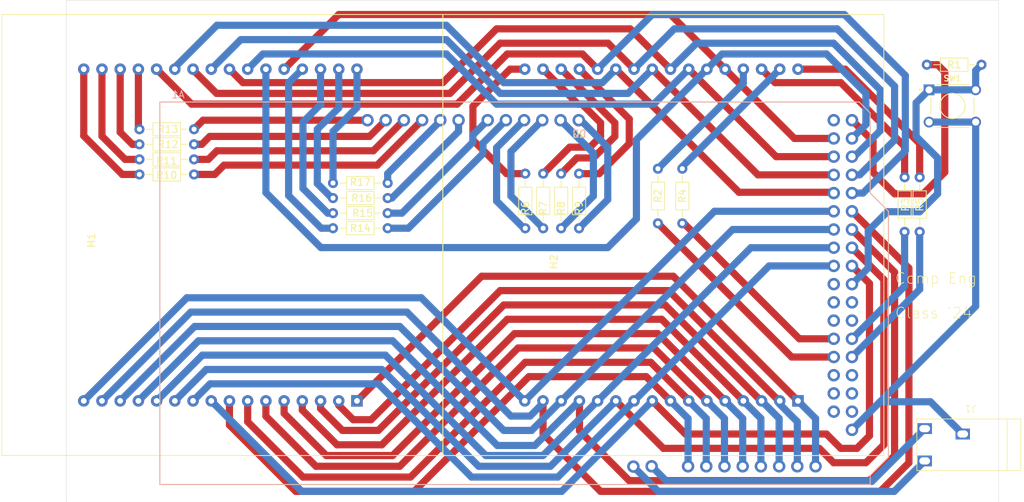
<source format=kicad_pcb>
(kicad_pcb (version 20240108) (generator "pcbnew") (generator_version "8.0")
  (layers (0 "F.Cu" signal) (31 "B.Cu" signal) (34 "B.Paste" user) (35 "F.Paste" user) (36 "B.SilkS" user "B.Silkscreen") (37 "F.SilkS" user "F.Silkscreen") (38 "B.Mask" user) (39 "F.Mask" user) (44 "Edge.Cuts" user))
  (net 0 "")
  (net 8 "Net-(M1-C3R)")
  (net 9 "Net-(M1-C7G)")
  (net 10 "Net-(M1-C8R)")
  (net 11 "Net-(M1-C2R)")
  (net 13 "Net-(M1-C8G)")
  (net 14 "Net-(M1-C7R)")
  (net 15 "Net-(M1-C1R)")
  (net 16 "Net-(M1-C2G)")
  (net 17 "Net-(M1-C4R)")
  (net 18 "Net-(M1-C5R)")
  (net 19 "Net-(M1-C6R)")
  (net 20 "Net-(M1-C3G)")
  (net 21 "Net-(M1-C5G)")
  (net 22 "Net-(M1-C1G)")
  (net 23 "Net-(M1-C6G)")
  (net 24 "Net-(M1-C4G)")
  (net 26 "Net-(M1-Row1)")
  (net 27 "Net-(M1-Row5)")
  (net 28 "Net-(M1-Row8)")
  (net 29 "Net-(M1-Row6)")
  (net 30 "Net-(M1-Row3)")
  (net 31 "Net-(M1-Row4)")
  (net 32 "Net-(M1-Row2)")
  (net 33 "Net-(M1-Row7)")
  (net 34 "Net-(M2-Row5)")
  (net 35 "/D2")
  (net 36 "Net-(M2-Row6)")
  (net 37 "Net-(M2-Row8)")
  (net 38 "Net-(M2-Row7)")
  (net 39 "Net-(M2-Row1)")
  (net 40 "Net-(A1-D3_INT1)")
  (net 41 "Net-(M2-Row2)")
  (net 42 "Net-(A1-PadD44)")
  (net 43 "Net-(A1-PadD9)")
  (net 44 "Net-(A1-PadD6)")
  (net 45 "Net-(A1-PadD8)")
  (net 46 "Net-(A1-PadD11)")
  (net 47 "Net-(A1-PadD45)")
  (net 48 "Net-(A1-PadD10)")
  (net 49 "Net-(A1-PadD47)")
  (net 50 "Net-(A1-PadD12)")
  (net 51 "Net-(A1-PadD46)")
  (net 52 "Net-(A1-PadD7)")
  (net 53 "Net-(A1-PadD5)")
  (net 54 "Net-(A1-PadD4)")
  (net 55 "Net-(M2-Row4)")
  (net 56 "Net-(M2-Row3)")
  (net 58 "Net-(A1-A-PadD13)")
  (net 60 "Net-(A1-PadD39)")
  (net 61 "Net-(M1-C7B)")
  (net 62 "Net-(M1-C1B)")
  (net 63 "Net-(M1-C3B)")
  (net 64 "Net-(M1-C8B)")
  (net 65 "Net-(M1-C4B)")
  (net 66 "Net-(M1-C2B)")
  (net 67 "Net-(M1-C5B)")
  (net 68 "Net-(M1-C6B)")
  (net 69 "Net-(A1-5V-Pad5V4)")
  (net 71 "Net-(A1-L-PadA6)")
  (net 72 "Net-(A1-L-PadA7)")
  (net 73 "Net-(A1-GND-PadGND6)")
  (footprint "Resistor_THT:R_Axial_DIN0204_L3.6mm_D1.6mm_P7.62mm_Horizontal" (layer "F.Cu") (at 143.19 80.8)
    (property "Reference" "R10")
    (property "Value" "R")
  )
  (footprint "led footprint:SW_1825910-6-4" (layer "F.Cu") (at 256.56 71.25)
    (property "Reference" "SW1")
    (property "Value" "SW_MEC_5G")
  )
  (footprint "Resistor_THT:R_Axial_DIN0204_L3.6mm_D1.6mm_P7.62mm_Horizontal" (layer "F.Cu") (at 204.5 80.69 -90)
    (property "Reference" "R9")
    (property "Value" "R")
  )
  (footprint "Resistor_THT:R_Axial_DIN0204_L3.6mm_D1.6mm_P7.62mm_Horizontal" (layer "F.Cu") (at 215.5 80 -90)
    (property "Reference" "R2")
    (property "Value" "R")
  )
  (footprint "Resistor_THT:R_Axial_DIN0204_L3.6mm_D1.6mm_P7.62mm_Horizontal" (layer "F.Cu") (at 252 81.19 -90)
    (property "Reference" "R5")
    (property "Value" "R")
  )
  (footprint "Resistor_THT:R_Axial_DIN0204_L3.6mm_D1.6mm_P7.62mm_Horizontal" (layer "F.Cu") (at 197 80.69 -90)
    (property "Reference" "R6")
    (property "Value" "R")
  )
  (footprint "Resistor_THT:R_Axial_DIN0204_L3.6mm_D1.6mm_P7.62mm_Horizontal" (layer "F.Cu") (at 170.19 88.3)
    (property "Reference" "R14")
    (property "Value" "R")
  )
  (footprint "Resistor_THT:R_Axial_DIN0204_L3.6mm_D1.6mm_P7.62mm_Horizontal" (layer "F.Cu") (at 170.19 86.2)
    (property "Reference" "R15")
    (property "Value" "R")
  )
  (footprint "Resistor_THT:R_Axial_DIN0204_L3.6mm_D1.6mm_P7.62mm_Horizontal" (layer "F.Cu") (at 202 80.69 -90)
    (property "Reference" "R8")
    (property "Value" "R")
  )
  (footprint "Resistor_THT:R_Axial_DIN0204_L3.6mm_D1.6mm_P7.62mm_Horizontal" (layer "F.Cu") (at 199.5 80.69 -90)
    (property "Reference" "R7")
    (property "Value" "R")
  )
  (footprint "Resistor_THT:R_Axial_DIN0204_L3.6mm_D1.6mm_P7.62mm_Horizontal" (layer "F.Cu") (at 143.19 74.5)
    (property "Reference" "R13")
    (property "Value" "R")
  )
  (footprint "Resistor_THT:R_Axial_DIN0204_L3.6mm_D1.6mm_P7.62mm_Horizontal" (layer "F.Cu") (at 249.9 81.19 -90)
    (property "Reference" "R3")
    (property "Value" "R")
  )
  (footprint "Resistor_THT:R_Axial_DIN0204_L3.6mm_D1.6mm_P7.62mm_Horizontal" (layer "F.Cu") (at 143.19 76.6)
    (property "Reference" "R12")
    (property "Value" "R")
  )
  (footprint "Resistor_THT:R_Axial_DIN0204_L3.6mm_D1.6mm_P7.62mm_Horizontal" (layer "F.Cu") (at 143.19 78.7)
    (property "Reference" "R11")
    (property "Value" "R")
  )
  (footprint "Resistor_THT:R_Axial_DIN0204_L3.6mm_D1.6mm_P7.62mm_Horizontal" (layer "F.Cu") (at 218.9 80 -90)
    (property "Reference" "R4")
    (property "Value" "R")
  )
  (footprint "Resistor_THT:R_Axial_DIN0204_L3.6mm_D1.6mm_P7.62mm_Horizontal" (layer "F.Cu") (at 170.19 84.1)
    (property "Reference" "R16")
    (property "Value" "R")
  )
  (footprint "Resistor_THT:R_Axial_DIN0204_L3.6mm_D1.6mm_P7.62mm_Horizontal" (layer "F.Cu") (at 253 65.5)
    (property "Reference" "R1")
    (property "Value" "R")
  )
  (footprint "led footprint:led matrix rgb" (layer "F.Cu") (at 185.5 120 90)
    (property "Reference" "M2")
    (property "Value" "ORM-2088RGB")
  )
  (footprint "Resistor_THT:R_Axial_DIN0204_L3.6mm_D1.6mm_P7.62mm_Horizontal" (layer "F.Cu") (at 170.19 82)
    (property "Reference" "R17")
    (property "Value" "R")
  )
  (footprint "led footprint:Arduino_Mega2560_R3_Shield" (layer "F.Cu") (at 146.04 124.04)
    (property "Reference" "A1")
    (property "Value" "Arduino_Mega2560_R3_Shield")
  )
  (footprint "led footprint:led matrix rgb" (layer "F.Cu") (at 124 120 90)
    (property "Reference" "M1")
    (property "Value" "ORM-2088RGB")
  )
  (footprint "led footprint:3.5mm Stereo Jack" (layer "F.Cu") (at 259.1 118.5 180)
    (property "Reference" "J1")
    (property "Value" "AudioJack2_SwitchT")
  )
  (gr_rect (start 133 56.5) (end 263 126.5) (stroke (width 0.05)) (fill none) (layer "Edge.Cuts"))
  (gr_text "Comp Eng\n\nClass '24\n" (at 248.5 101 0) (layer "F.SilkS") (effects (font (size 1.5 1.5) (thickness 0.1)) (justify left bottom)))
  (segment (start 244.5 121) (end 247 118.5) (width 1) (layer "F.Cu") (net 8))
  (segment (start 247 118.5) (end 247 95.46) (width 1) (layer "F.Cu") (net 8))
  (segment (start 240 121) (end 244.5 121) (width 1) (layer "F.Cu") (net 8))
  (segment (start 247 95.46) (end 242.56 91.02) (width 1) (layer "F.Cu") (net 8))
  (segment (start 238 119) (end 240 121) (width 1) (layer "F.Cu") (net 8))
  (segment (start 216.26 119) (end 238 119) (width 1) (layer "F.Cu") (net 8))
  (segment (start 209.64 112.38) (end 216.26 119) (width 1) (layer "F.Cu") (net 8))
  (segment (start 209.63 112.38) (end 200.51 121.5) (width 1) (layer "B.Cu") (net 8))
  (segment (start 200.51 121.5) (end 190.5 121.5) (width 1) (layer "B.Cu") (net 8))
  (segment (start 177 108) (end 152.51 108) (width 1) (layer "B.Cu") (net 8))
  (segment (start 190.5 121.5) (end 177 108) (width 1) (layer "B.Cu") (net 8))
  (segment (start 152.51 108) (end 148.13 112.38) (width 1) (layer "B.Cu") (net 8))
  (segment (start 239.91 83.29) (end 240.02 83.4) (width 1) (layer "F.Cu") (net 9))
  (segment (start 226.8 83.29) (end 239.91 83.29) (width 1) (layer "F.Cu") (net 9))
  (segment (start 209.63 66.12) (end 226.8 83.29) (width 1) (layer "F.Cu") (net 9))
  (segment (start 186 60) (end 154 60) (width 1) (layer "B.Cu") (net 9))
  (segment (start 194 68) (end 186 60) (width 1) (layer "B.Cu") (net 9))
  (segment (start 207.75 68) (end 194 68) (width 1) (layer "B.Cu") (net 9))
  (segment (start 154 60) (end 148.13 65.87) (width 1) (layer "B.Cu") (net 9))
  (segment (start 148.13 65.87) (end 148.13 66.12) (width 1) (layer "B.Cu") (net 9))
  (segment (start 209.63 66.12) (end 207.75 68) (width 1) (layer "B.Cu") (net 9))
  (segment (start 182.5 98) (end 149.81 98) (width 1) (layer "B.Cu") (net 10))
  (segment (start 196.93 112.38) (end 196.88 112.38) (width 1) (layer "B.Cu") (net 10))
  (segment (start 196.88 112.38) (end 182.5 98) (width 1) (layer "B.Cu") (net 10))
  (segment (start 223.38 85.94) (end 196.94 112.38) (width 1) (layer "B.Cu") (net 10))
  (segment (start 149.81 98) (end 135.43 112.38) (width 1) (layer "B.Cu") (net 10))
  (segment (start 240.02 85.94) (end 223.38 85.94) (width 1) (layer "B.Cu") (net 10))
  (segment (start 231 93.56) (end 212.18 112.38) (width 1) (layer "B.Cu") (net 11))
  (segment (start 189.5 123) (end 176.5 110) (width 1) (layer "B.Cu") (net 11))
  (segment (start 201.55 123) (end 189.5 123) (width 1) (layer "B.Cu") (net 11))
  (segment (start 153.05 110) (end 150.67 112.38) (width 1) (layer "B.Cu") (net 11))
  (segment (start 212.17 112.38) (end 201.55 123) (width 1) (layer "B.Cu") (net 11))
  (segment (start 176.5 110) (end 153.05 110) (width 1) (layer "B.Cu") (net 11))
  (segment (start 240.02 93.56) (end 231 93.56) (width 1) (layer "B.Cu") (net 11))
  (segment (start 187.5 71) (end 150.47 71) (width 1) (layer "F.Cu") (net 13))
  (segment (start 207.09 66.12) (end 204.97 64) (width 1) (layer "F.Cu") (net 13))
  (segment (start 150.47 71) (end 145.59 66.12) (width 1) (layer "F.Cu") (net 13))
  (segment (start 194.5 64) (end 187.5 71) (width 1) (layer "F.Cu") (net 13))
  (segment (start 204.97 64) (end 194.5 64) (width 1) (layer "F.Cu") (net 13))
  (segment (start 241.5 58.5) (end 250 67) (width 1) (layer "B.Cu") (net 13))
  (segment (start 250 67) (end 250 77.5) (width 1) (layer "B.Cu") (net 13))
  (segment (start 250 77.5) (end 244.1 83.4) (width 1) (layer "B.Cu") (net 13))
  (segment (start 214.71 58.5) (end 241.5 58.5) (width 1) (layer "B.Cu") (net 13))
  (segment (start 244.1 83.4) (end 242.56 83.4) (width 1) (layer "B.Cu") (net 13))
  (segment (start 207.09 66.12) (end 214.71 58.5) (width 1) (layer "B.Cu") (net 13))
  (segment (start 199.48 116.98) (end 199.48 112.38) (width 1) (layer "F.Cu") (net 14))
  (segment (start 250.5 93.88) (end 250.5 121) (width 1) (layer "F.Cu") (net 14))
  (segment (start 207.5 125) (end 199.48 116.98) (width 1) (layer "F.Cu") (net 14))
  (segment (start 246.5 125) (end 207.5 125) (width 1) (layer "F.Cu") (net 14))
  (segment (start 250.5 121) (end 246.5 125) (width 1) (layer "F.Cu") (net 14))
  (segment (start 242.56 85.94) (end 250.5 93.88) (width 1) (layer "F.Cu") (net 14))
  (segment (start 180.5 100) (end 150.35 100) (width 1) (layer "B.Cu") (net 14))
  (segment (start 195 114.5) (end 180.5 100) (width 1) (layer "B.Cu") (net 14))
  (segment (start 199.47 112.38) (end 199.47 112.705) (width 1) (layer "B.Cu") (net 14))
  (segment (start 197.675 114.5) (end 195 114.5) (width 1) (layer "B.Cu") (net 14))
  (segment (start 199.47 112.705) (end 197.675 114.5) (width 1) (layer "B.Cu") (net 14))
  (segment (start 150.35 100) (end 137.97 112.38) (width 1) (layer "B.Cu") (net 14))
  (segment (start 245 96) (end 245 117.25) (width 1) (layer "F.Cu") (net 15))
  (segment (start 245 117.25) (end 243.25 119) (width 1) (layer "F.Cu") (net 15))
  (segment (start 243.25 119) (end 241 119) (width 1) (layer "F.Cu") (net 15))
  (segment (start 239 117) (end 219.34 117) (width 1) (layer "F.Cu") (net 15))
  (segment (start 219.34 117) (end 214.72 112.38) (width 1) (layer "F.Cu") (net 15))
  (segment (start 242.56 93.56) (end 245 96) (width 1) (layer "F.Cu") (net 15))
  (segment (start 241 119) (end 239 117) (width 1) (layer "F.Cu") (net 15))
  (segment (start 165.83 125) (end 153.21 112.38) (width 1) (layer "B.Cu") (net 15))
  (segment (start 214.71 112.38) (end 202.09 125) (width 1) (layer "B.Cu") (net 15))
  (segment (start 202.09 125) (end 165.83 125) (width 1) (layer "B.Cu") (net 15))
  (segment (start 222.33 66.12) (end 224.45 64) (width 1) (layer "B.Cu") (net 16))
  (segment (start 244.5 69.5) (end 244.5 73.84) (width 1) (layer "B.Cu") (net 16))
  (segment (start 168.5 91) (end 160.83 83.33) (width 1) (layer "B.Cu") (net 16))
  (segment (start 222.33 66.12) (end 212.5 75.95) (width 1) (layer "B.Cu") (net 16))
  (segment (start 212.5 75.95) (end 212.5 87) (width 1) (layer "B.Cu") (net 16))
  (segment (start 208.5 91) (end 168.5 91) (width 1) (layer "B.Cu") (net 16))
  (segment (start 160.83 83.33) (end 160.83 66.12) (width 1) (layer "B.Cu") (net 16))
  (segment (start 212.5 87) (end 208.5 91) (width 1) (layer "B.Cu") (net 16))
  (segment (start 239 64) (end 244.5 69.5) (width 1) (layer "B.Cu") (net 16))
  (segment (start 244.5 73.84) (end 242.56 75.78) (width 1) (layer "B.Cu") (net 16))
  (segment (start 224.45 64) (end 239 64) (width 1) (layer "B.Cu") (net 16))
  (segment (start 177.5 106) (end 151.97 106) (width 1) (layer "B.Cu") (net 17))
  (segment (start 240.02 91.02) (end 228.46 91.02) (width 1) (layer "B.Cu") (net 17))
  (segment (start 207.09 112.38) (end 199.47 120) (width 1) (layer "B.Cu") (net 17))
  (segment (start 199.47 120) (end 191.5 120) (width 1) (layer "B.Cu") (net 17))
  (segment (start 228.46 91.02) (end 207.1 112.38) (width 1) (layer "B.Cu") (net 17))
  (segment (start 191.5 120) (end 177.5 106) (width 1) (layer "B.Cu") (net 17))
  (segment (start 151.97 106) (end 145.59 112.38) (width 1) (layer "B.Cu") (net 17))
  (segment (start 242.56 88.48) (end 248.5 94.42) (width 1) (layer "F.Cu") (net 18))
  (segment (start 248.5 94.42) (end 248.5 120) (width 1) (layer "F.Cu") (net 18))
  (segment (start 204.56 116.56) (end 204.56 112.38) (width 1) (layer "F.Cu") (net 18))
  (segment (start 211.5 123.5) (end 204.56 116.56) (width 1) (layer "F.Cu") (net 18))
  (segment (start 248.5 120) (end 245 123.5) (width 1) (layer "F.Cu") (net 18))
  (segment (start 245 123.5) (end 211.5 123.5) (width 1) (layer "F.Cu") (net 18))
  (segment (start 193.1 118.6) (end 178.5 104) (width 1) (layer "B.Cu") (net 18))
  (segment (start 151.43 104) (end 143.05 112.38) (width 1) (layer "B.Cu") (net 18))
  (segment (start 204.55 112.38) (end 198.33 118.6) (width 1) (layer "B.Cu") (net 18))
  (segment (start 198.33 118.6) (end 193.1 118.6) (width 1) (layer "B.Cu") (net 18))
  (segment (start 178.5 104) (end 151.43 104) (width 1) (layer "B.Cu") (net 18))
  (segment (start 225.92 88.48) (end 202.02 112.38) (width 1) (layer "B.Cu") (net 19))
  (segment (start 179.5 102) (end 150.89 102) (width 1) (layer "B.Cu") (net 19))
  (segment (start 150.89 102) (end 140.51 112.38) (width 1) (layer "B.Cu") (net 19))
  (segment (start 194 116.5) (end 179.5 102) (width 1) (layer "B.Cu") (net 19))
  (segment (start 240.02 88.48) (end 225.92 88.48) (width 1) (layer "B.Cu") (net 19))
  (segment (start 197.89 116.5) (end 194 116.5) (width 1) (layer "B.Cu") (net 19))
  (segment (start 202.01 112.38) (end 197.89 116.5) (width 1) (layer "B.Cu") (net 19))
  (segment (start 231.99 78.32) (end 240.02 78.32) (width 1) (layer "F.Cu") (net 20))
  (segment (start 219.79 66.12) (end 231.99 78.32) (width 1) (layer "F.Cu") (net 20))
  (segment (start 160.41 64) (end 158.29 66.12) (width 1) (layer "B.Cu") (net 20))
  (segment (start 186 64) (end 160.41 64) (width 1) (layer "B.Cu") (net 20))
  (segment (start 214.91 71) (end 193 71) (width 1) (layer "B.Cu") (net 20))
  (segment (start 193 71) (end 186 64) (width 1) (layer "B.Cu") (net 20))
  (segment (start 219.79 66.12) (end 214.91 71) (width 1) (layer "B.Cu") (net 20))
  (segment (start 214.71 66.12) (end 229.45 80.86) (width 1) (layer "F.Cu") (net 21))
  (segment (start 229.45 80.86) (end 240.02 80.86) (width 1) (layer "F.Cu") (net 21))
  (segment (start 193.5 69.5) (end 186 62) (width 1) (layer "B.Cu") (net 21))
  (segment (start 214.71 66.12) (end 211.33 69.5) (width 1) (layer "B.Cu") (net 21))
  (segment (start 211.33 69.5) (end 193.5 69.5) (width 1) (layer "B.Cu") (net 21))
  (segment (start 186 62) (end 157.33 62) (width 1) (layer "B.Cu") (net 21))
  (segment (start 157.33 62) (end 153.21 66.12) (width 1) (layer "B.Cu") (net 21))
  (segment (start 224.87 66.12) (end 234.53 75.78) (width 1) (layer "F.Cu") (net 22))
  (segment (start 224.87 66.12) (end 217.25 58.5) (width 1) (layer "F.Cu") (net 22))
  (segment (start 217.25 58.5) (end 170.99 58.5) (width 1) (layer "F.Cu") (net 22))
  (segment (start 234.53 75.78) (end 240.02 75.78) (width 1) (layer "F.Cu") (net 22))
  (segment (start 170.99 58.5) (end 163.37 66.12) (width 1) (layer "F.Cu") (net 22))
  (segment (start 186.5 69.5) (end 153.95 69.5) (width 1) (layer "F.Cu") (net 23))
  (segment (start 208.55 62.5) (end 193.5 62.5) (width 1) (layer "F.Cu") (net 23))
  (segment (start 193.5 62.5) (end 186.5 69.5) (width 1) (layer "F.Cu") (net 23))
  (segment (start 212.17 66.12) (end 208.55 62.5) (width 1) (layer "F.Cu") (net 23))
  (segment (start 153.95 69.5) (end 150.67 66.22) (width 1) (layer "F.Cu") (net 23))
  (segment (start 150.67 66.22) (end 150.67 66.12) (width 1) (layer "F.Cu") (net 23))
  (segment (start 240.5 60.5) (end 248.5 68.5) (width 1) (layer "B.Cu") (net 23))
  (segment (start 248.5 68.5) (end 248.5 76) (width 1) (layer "B.Cu") (net 23))
  (segment (start 248.5 76) (end 243.64 80.86) (width 1) (layer "B.Cu") (net 23))
  (segment (start 217.79 60.5) (end 240.5 60.5) (width 1) (layer "B.Cu") (net 23))
  (segment (start 243.64 80.86) (end 242.56 80.86) (width 1) (layer "B.Cu") (net 23))
  (segment (start 212.17 66.12) (end 217.79 60.5) (width 1) (layer "B.Cu") (net 23))
  (segment (start 185.5 68) (end 157.63 68) (width 1) (layer "F.Cu") (net 24))
  (segment (start 217.25 66.12) (end 211.63 60.5) (width 1) (layer "F.Cu") (net 24))
  (segment (start 193 60.5) (end 185.5 68) (width 1) (layer "F.Cu") (net 24))
  (segment (start 157.63 68) (end 155.75 66.12) (width 1) (layer "F.Cu") (net 24))
  (segment (start 211.63 60.5) (end 193 60.5) (width 1) (layer "F.Cu") (net 24))
  (segment (start 246.5 74.69) (end 246.5 69) (width 1) (layer "B.Cu") (net 24))
  (segment (start 242.56 78.32) (end 242.87 78.32) (width 1) (layer "B.Cu") (net 24))
  (segment (start 240 62.5) (end 220.87 62.5) (width 1) (layer "B.Cu") (net 24))
  (segment (start 242.87 78.32) (end 246.5 74.69) (width 1) (layer "B.Cu") (net 24))
  (segment (start 246.5 69) (end 240 62.5) (width 1) (layer "B.Cu") (net 24))
  (segment (start 220.87 62.5) (end 217.25 66.12) (width 1) (layer "B.Cu") (net 24))
  (segment (start 135.43 66.12) (end 135.43 75.43) (width 1) (layer "F.Cu") (net 26))
  (segment (start 140.8 80.8) (end 143.19 80.8) (width 1) (layer "F.Cu") (net 26))
  (segment (start 135.43 75.43) (end 140.8 80.8) (width 1) (layer "F.Cu") (net 26))
  (segment (start 165.91 66.12) (end 164 68.03) (width 1) (layer "B.Cu") (net 27))
  (segment (start 164 83.75) (end 168.55 88.3) (width 1) (layer "B.Cu") (net 27))
  (segment (start 168.55 88.3) (end 170.19 88.3) (width 1) (layer "B.Cu") (net 27))
  (segment (start 164 68.03) (end 164 83.75) (width 1) (layer "B.Cu") (net 27))
  (segment (start 170.19 74.81) (end 170.19 82) (width 1) (layer "B.Cu") (net 28))
  (segment (start 173.53 71.47) (end 170.19 74.81) (width 1) (layer "B.Cu") (net 28))
  (segment (start 173.53 66.12) (end 173.53 71.47) (width 1) (layer "B.Cu") (net 28))
  (segment (start 168.45 66.12) (end 168.45 70.95) (width 1) (layer "B.Cu") (net 29))
  (segment (start 168.45 70.95) (end 168.5 71) (width 1) (layer "B.Cu") (net 29))
  (segment (start 166 73.5) (end 166 82.75) (width 1) (layer "B.Cu") (net 29))
  (segment (start 169.45 86.2) (end 170.19 86.2) (width 1) (layer "B.Cu") (net 29))
  (segment (start 166 82.75) (end 169.45 86.2) (width 1) (layer "B.Cu") (net 29))
  (segment (start 168.5 71) (end 166 73.5) (width 1) (layer "B.Cu") (net 29))
  (segment (start 142.200051 76.6) (end 143.19 76.6) (width 1) (layer "F.Cu") (net 30))
  (segment (start 140.51 66.12) (end 140.51 74.909949) (width 1) (layer "F.Cu") (net 30))
  (segment (start 140.51 74.909949) (end 142.200051 76.6) (width 1) (layer "F.Cu") (net 30))
  (segment (start 143.05 66.12) (end 143.05 74.36) (width 1) (layer "F.Cu") (net 31))
  (segment (start 143.05 74.36) (end 143.19 74.5) (width 1) (layer "F.Cu") (net 31))
  (segment (start 141.2 78.7) (end 143.19 78.7) (width 1) (layer "F.Cu") (net 32))
  (segment (start 137.97 75.47) (end 141.2 78.7) (width 1) (layer "F.Cu") (net 32))
  (segment (start 137.97 66.12) (end 137.97 75.47) (width 1) (layer "F.Cu") (net 32))
  (segment (start 170.99 71.49) (end 171 71.5) (width 1) (layer "B.Cu") (net 33))
  (segment (start 171 71.5) (end 168 74.5) (width 1) (layer "B.Cu") (net 33))
  (segment (start 168 82.072742) (end 170.027258 84.1) (width 1) (layer "B.Cu") (net 33))
  (segment (start 170.99 66.12) (end 170.99 71.49) (width 1) (layer "B.Cu") (net 33))
  (segment (start 168 74.5) (end 168 82.072742) (width 1) (layer "B.Cu") (net 33))
  (segment (start 170.027258 84.1) (end 170.19 84.1) (width 1) (layer "B.Cu") (net 33))
  (segment (start 227.41 68.09) (end 215.5 80) (width 1) (layer "B.Cu") (net 34))
  (segment (start 227.41 66.12) (end 227.41 68.09) (width 1) (layer "B.Cu") (net 34))
  (segment (start 204.74 73.24) (end 204.46 73.24) (width 1) (layer "B.Cu") (net 35))
  (segment (start 208.5 84.31) (end 208.5 77) (width 1) (layer "B.Cu") (net 35))
  (segment (start 208.5 77) (end 204.74 73.24) (width 1) (layer "B.Cu") (net 35))
  (segment (start 204.5 88.31) (end 208.5 84.31) (width 1) (layer "B.Cu") (net 35))
  (segment (start 231.83 68) (end 241 68) (width 1) (layer "F.Cu") (net 36))
  (segment (start 229.95 66.12) (end 231.83 68) (width 1) (layer "F.Cu") (net 36))
  (segment (start 241 68) (end 249.9 76.9) (width 1) (layer "F.Cu") (net 36))
  (segment (start 249.9 76.9) (end 249.9 81.19) (width 1) (layer "F.Cu") (net 36))
  (segment (start 241.62 66.12) (end 252 76.5) (width 1) (layer "F.Cu") (net 37))
  (segment (start 235.03 66.12) (end 241.62 66.12) (width 1) (layer "F.Cu") (net 37))
  (segment (start 252 76.5) (end 252 81.19) (width 1) (layer "F.Cu") (net 37))
  (segment (start 218.9 79.71) (end 218.9 80) (width 1) (layer "B.Cu") (net 38))
  (segment (start 232.49 66.12) (end 218.9 79.71) (width 1) (layer "B.Cu") (net 38))
  (segment (start 189.7 71.3) (end 194.88 66.12) (width 1) (layer "F.Cu") (net 39))
  (segment (start 194.39 80.69) (end 197 80.69) (width 1) (layer "F.Cu") (net 39))
  (segment (start 194.88 66.12) (end 196.93 66.12) (width 1) (layer "F.Cu") (net 39))
  (segment (start 189.7 71.3) (end 189.7 76) (width 1) (layer "F.Cu") (net 39))
  (segment (start 189.7 76) (end 194.39 80.69) (width 1) (layer "F.Cu") (net 39))
  (segment (start 206.5 77.82) (end 201.92 73.24) (width 1) (layer "B.Cu") (net 40))
  (segment (start 202 88.31) (end 206.5 83.81) (width 1) (layer "B.Cu") (net 40))
  (segment (start 206.5 83.81) (end 206.5 77.82) (width 1) (layer "B.Cu") (net 40))
  (segment (start 207.5 75.520102) (end 206.020102 77) (width 1) (layer "F.Cu") (net 41))
  (segment (start 207.5 73.589898) (end 207.5 75.520102) (width 1) (layer "F.Cu") (net 41))
  (segment (start 204.35 71) (end 204.910102 71) (width 1) (layer "F.Cu") (net 41))
  (segment (start 199.47 66.12) (end 204.35 71) (width 1) (layer "F.Cu") (net 41))
  (segment (start 203.19 77) (end 199.5 80.69) (width 1) (layer "F.Cu") (net 41))
  (segment (start 206.020102 77) (end 203.19 77) (width 1) (layer "F.Cu") (net 41))
  (segment (start 204.910102 71) (end 207.5 73.589898) (width 1) (layer "F.Cu") (net 41))
  (segment (start 235.22 103.72) (end 240.02 103.72) (width 1) (layer "F.Cu") (net 42))
  (segment (start 219.12 87.62) (end 235.22 103.72) (width 1) (layer "F.Cu") (net 42))
  (segment (start 218.9 87.62) (end 219.12 87.62) (width 1) (layer "F.Cu") (net 42))
  (segment (start 177.81 80.69) (end 177.81 82) (width 1) (layer "B.Cu") (net 43))
  (segment (start 185.156 73.344) (end 177.81 80.69) (width 1) (layer "B.Cu") (net 43))
  (segment (start 185.156 73.24) (end 185.156 73.344) (width 1) (layer "B.Cu") (net 43))
  (segment (start 180.7 88.3) (end 177.81 88.3) (width 1) (layer "B.Cu") (net 44))
  (segment (start 194.3 73.24) (end 191.1 76.44) (width 1) (layer "B.Cu") (net 44))
  (segment (start 191.1 76.44) (end 191.1 77.9) (width 1) (layer "B.Cu") (net 44))
  (segment (start 191.1 77.9) (end 180.7 88.3) (width 1) (layer "B.Cu") (net 44))
  (segment (start 187.696 73.24) (end 187.696 74.804) (width 1) (layer "B.Cu") (net 45))
  (segment (start 187.696 74.804) (end 178.4 84.1) (width 1) (layer "B.Cu") (net 45))
  (segment (start 178.4 84.1) (end 177.81 84.1) (width 1) (layer "B.Cu") (net 45))
  (segment (start 154 77.5) (end 175.816 77.5) (width 1) (layer "F.Cu") (net 46))
  (segment (start 152.8 78.7) (end 154 77.5) (width 1) (layer "F.Cu") (net 46))
  (segment (start 150.81 78.7) (end 152.8 78.7) (width 1) (layer "F.Cu") (net 46))
  (segment (start 175.816 77.5) (end 180.076 73.24) (width 1) (layer "F.Cu") (net 46))
  (segment (start 249.9 88.81) (end 249.9 96.38) (width 1) (layer "B.Cu") (net 47))
  (segment (start 249.9 96.38) (end 242.56 103.72) (width 1) (layer "B.Cu") (net 47))
  (segment (start 176.356 79.5) (end 182.616 73.24) (width 1) (layer "F.Cu") (net 48))
  (segment (start 155 79.5) (end 176.356 79.5) (width 1) (layer "F.Cu") (net 48))
  (segment (start 153.7 80.8) (end 155 79.5) (width 1) (layer "F.Cu") (net 48))
  (segment (start 150.81 80.8) (end 153.7 80.8) (width 1) (layer "F.Cu") (net 48))
  (segment (start 252 96.82) (end 242.56 106.26) (width 1) (layer "B.Cu") (net 49))
  (segment (start 252 88.81) (end 252 96.82) (width 1) (layer "B.Cu") (net 49))
  (segment (start 151.9 76.6) (end 153 75.5) (width 1) (layer "F.Cu") (net 50))
  (segment (start 153 75.5) (end 175.276 75.5) (width 1) (layer "F.Cu") (net 50))
  (segment (start 150.81 76.6) (end 151.9 76.6) (width 1) (layer "F.Cu") (net 50))
  (segment (start 175.276 75.5) (end 177.536 73.24) (width 1) (layer "F.Cu") (net 50))
  (segment (start 215.5 87.62) (end 234.14 106.26) (width 1) (layer "F.Cu") (net 51))
  (segment (start 234.14 106.26) (end 240.02 106.26) (width 1) (layer "F.Cu") (net 51))
  (segment (start 189.7 76.3) (end 179.8 86.2) (width 1) (layer "B.Cu") (net 52))
  (segment (start 191.76 73.24) (end 189.7 75.3) (width 1) (layer "B.Cu") (net 52))
  (segment (start 179.8 86.2) (end 177.81 86.2) (width 1) (layer "B.Cu") (net 52))
  (segment (start 189.7 75.3) (end 189.7 76.3) (width 1) (layer "B.Cu") (net 52))
  (segment (start 193 84.5) (end 193 77.08) (width 1) (layer "B.Cu") (net 53))
  (segment (start 197 88.31) (end 196.81 88.31) (width 1) (layer "B.Cu") (net 53))
  (segment (start 193 77.08) (end 196.84 73.24) (width 1) (layer "B.Cu") (net 53))
  (segment (start 196.81 88.31) (end 193 84.5) (width 1) (layer "B.Cu") (net 53))
  (segment (start 195 83.81) (end 195 77.62) (width 1) (layer "B.Cu") (net 54))
  (segment (start 199.5 88.31) (end 195 83.81) (width 1) (layer "B.Cu") (net 54))
  (segment (start 195 77.62) (end 199.38 73.24) (width 1) (layer "B.Cu") (net 54))
  (segment (start 207.31 80.69) (end 204.5 80.69) (width 1) (layer "F.Cu") (net 55))
  (segment (start 211.5 76.5) (end 207.31 80.69) (width 1) (layer "F.Cu") (net 55))
  (segment (start 204.55 66.12) (end 211.5 73.07) (width 1) (layer "F.Cu") (net 55))
  (segment (start 211.5 73.07) (end 211.5 76.5) (width 1) (layer "F.Cu") (net 55))
  (segment (start 209.5 73.61) (end 202.01 66.12) (width 1) (layer "F.Cu") (net 56))
  (segment (start 204.19 78.5) (end 206.5 78.5) (width 1) (layer "F.Cu") (net 56))
  (segment (start 202 80.69) (end 204.19 78.5) (width 1) (layer "F.Cu") (net 56))
  (segment (start 209.5 75.5) (end 209.5 73.61) (width 1) (layer "F.Cu") (net 56))
  (segment (start 206.5 78.5) (end 209.5 75.5) (width 1) (layer "F.Cu") (net 56))
  (segment (start 152.07 73.24) (end 150.81 74.5) (width 1) (layer "F.Cu") (net 58))
  (segment (start 174.996 73.24) (end 152.07 73.24) (width 1) (layer "F.Cu") (net 58))
  (segment (start 254.5 83.5) (end 254.5 78.5) (width 1) (layer "B.Cu") (net 60))
  (segment (start 251.5 75.5) (end 251.5 70.81) (width 1) (layer "B.Cu") (net 60))
  (segment (start 244.827258 88.672742) (end 247.5 86) (width 1) (layer "B.Cu") (net 60))
  (segment (start 242.56 96.1) (end 244.827258 93.832742) (width 1) (layer "B.Cu") (net 60))
  (segment (start 254.5 78.5) (end 251.5 75.5) (width 1) (layer "B.Cu") (net 60))
  (segment (start 244.827258 93.832742) (end 244.827258 88.672742) (width 1) (layer "B.Cu") (net 60))
  (segment (start 253.31 69) (end 259.81 69) (width 1) (layer "B.Cu") (net 60))
  (segment (start 251.5 70.81) (end 253.31 69) (width 1) (layer "B.Cu") (net 60))
  (segment (start 259.81 66.31) (end 260.62 65.5) (width 1) (layer "B.Cu") (net 60))
  (segment (start 252 86) (end 254.5 83.5) (width 1) (layer "B.Cu") (net 60))
  (segment (start 247.5 86) (end 252 86) (width 1) (layer "B.Cu") (net 60))
  (segment (start 259.81 69) (end 259.81 66.31) (width 1) (layer "B.Cu") (net 60))
  (segment (start 181 123) (end 166 123) (width 1) (layer "F.Cu") (net 61))
  (segment (start 219.79 112.38) (end 219.79 112.29) (width 1) (layer "F.Cu") (net 61))
  (segment (start 219.79 112.29) (end 214.5 107) (width 1) (layer "F.Cu") (net 61))
  (segment (start 214.5 107) (end 197 107) (width 1) (layer "F.Cu") (net 61))
  (segment (start 158.29 115.29) (end 158.29 112.38) (width 1) (layer "F.Cu") (net 61))
  (segment (start 197 107) (end 181 123) (width 1) (layer "F.Cu") (net 61))
  (segment (start 166 123) (end 158.29 115.29) (width 1) (layer "F.Cu") (net 61))
  (segment (start 222.24 121.5) (end 222.24 114.83) (width 1) (layer "B.Cu") (net 61))
  (segment (start 222.24 114.83) (end 219.79 112.38) (width 1) (layer "B.Cu") (net 61))
  (segment (start 217.65 95) (end 190.91 95) (width 1) (layer "F.Cu") (net 62))
  (segment (start 235.03 112.38) (end 217.65 95) (width 1) (layer "F.Cu") (net 62))
  (segment (start 235.03 112.38) (end 234.88 112.38) (width 1) (layer "F.Cu") (net 62))
  (segment (start 190.91 95) (end 173.53 112.38) (width 1) (layer "F.Cu") (net 62))
  (segment (start 237.48 114.83) (end 235.03 112.38) (width 1) (layer "B.Cu") (net 62))
  (segment (start 237.48 121.5) (end 237.48 114.83) (width 1) (layer "B.Cu") (net 62))
  (segment (start 229.88 112.38) (end 216.5 99) (width 1) (layer "F.Cu") (net 63))
  (segment (start 229.95 112.38) (end 229.88 112.38) (width 1) (layer "F.Cu") (net 63))
  (segment (start 176.5 116.5) (end 171.5 116.5) (width 1) (layer "F.Cu") (net 63))
  (segment (start 194 99) (end 176.5 116.5) (width 1) (layer "F.Cu") (net 63))
  (segment (start 171.5 116.5) (end 168.45 113.45) (width 1) (layer "F.Cu") (net 63))
  (segment (start 216.5 99) (end 194 99) (width 1) (layer "F.Cu") (net 63))
  (segment (start 168.45 113.45) (end 168.45 112.38) (width 1) (layer "F.Cu") (net 63))
  (segment (start 232.4 121.5) (end 232.4 114.83) (width 1) (layer "B.Cu") (net 63))
  (segment (start 232.4 114.83) (end 229.95 112.38) (width 1) (layer "B.Cu") (net 63))
  (segment (start 165 125) (end 155.75 115.75) (width 1) (layer "F.Cu") (net 64))
  (segment (start 181.5 125) (end 165 125) (width 1) (layer "F.Cu") (net 64))
  (segment (start 197.5 109) (end 181.5 125) (width 1) (layer "F.Cu") (net 64))
  (segment (start 217.25 112.38) (end 213.87 109) (width 1) (layer "F.Cu") (net 64))
  (segment (start 213.87 109) (end 197.5 109) (width 1) (layer "F.Cu") (net 64))
  (segment (start 155.75 115.75) (end 155.75 112.38) (width 1) (layer "F.Cu") (net 64))
  (segment (start 219.7 121.5) (end 219.7 114.83) (width 1) (layer "B.Cu") (net 64))
  (segment (start 219.7 114.83) (end 217.25 112.38) (width 1) (layer "B.Cu") (net 64))
  (segment (start 194.5 101) (end 177 118.5) (width 1) (layer "F.Cu") (net 65))
  (segment (start 216.03 101) (end 194.5 101) (width 1) (layer "F.Cu") (net 65))
  (segment (start 177 118.5) (end 170.75 118.5) (width 1) (layer "F.Cu") (net 65))
  (segment (start 227.41 112.38) (end 216.03 101) (width 1) (layer "F.Cu") (net 65))
  (segment (start 170.75 118.5) (end 165.91 113.66) (width 1) (layer "F.Cu") (net 65))
  (segment (start 165.91 113.66) (end 165.91 112.38) (width 1) (layer "F.Cu") (net 65))
  (segment (start 229.86 121.5) (end 229.86 114.83) (width 1) (layer "B.Cu") (net 65))
  (segment (start 229.86 114.83) (end 227.41 112.38) (width 1) (layer "B.Cu") (net 65))
  (segment (start 232.38 112.38) (end 217 97) (width 1) (layer "F.Cu") (net 66))
  (segment (start 170.99 112.99) (end 170.99 112.38) (width 1) (layer "F.Cu") (net 66))
  (segment (start 175.5 115) (end 173 115) (width 1) (layer "F.Cu") (net 66))
  (segment (start 232.49 112.38) (end 232.38 112.38) (width 1) (layer "F.Cu") (net 66))
  (segment (start 217 97) (end 193.5 97) (width 1) (layer "F.Cu") (net 66))
  (segment (start 173 115) (end 170.99 112.99) (width 1) (layer "F.Cu") (net 66))
  (segment (start 193.5 97) (end 175.5 115) (width 1) (layer "F.Cu") (net 66))
  (segment (start 234.94 115.29) (end 232.49 112.84) (width 1) (layer "B.Cu") (net 66))
  (segment (start 232.49 112.84) (end 232.49 112.38) (width 1) (layer "B.Cu") (net 66))
  (segment (start 234.94 121.5) (end 234.94 115.29) (width 1) (layer "B.Cu") (net 66))
  (segment (start 163.37 114.12) (end 163.37 112.38) (width 1) (layer "F.Cu") (net 67))
  (segment (start 224.87 112.38) (end 224.87 112.37) (width 1) (layer "F.Cu") (net 67))
  (segment (start 178.5 120) (end 169.25 120) (width 1) (layer "F.Cu") (net 67))
  (segment (start 215.49 103) (end 195.5 103) (width 1) (layer "F.Cu") (net 67))
  (segment (start 169.25 120) (end 163.37 114.12) (width 1) (layer "F.Cu") (net 67))
  (segment (start 224.87 112.38) (end 215.49 103) (width 1) (layer "F.Cu") (net 67))
  (segment (start 195.5 103) (end 178.5 120) (width 1) (layer "F.Cu") (net 67))
  (segment (start 227.32 114.83) (end 224.87 112.38) (width 1) (layer "B.Cu") (net 67))
  (segment (start 227.32 121.5) (end 227.32 114.83) (width 1) (layer "B.Cu") (net 67))
  (segment (start 179.5 121.5) (end 167.8125 121.5) (width 1) (layer "F.Cu") (net 68))
  (segment (start 214.95 105) (end 196 105) (width 1) (layer "F.Cu") (net 68))
  (segment (start 222.33 112.38) (end 214.95 105) (width 1) (layer "F.Cu") (net 68))
  (segment (start 167.8125 121.5) (end 160.83 114.5175) (width 1) (layer "F.Cu") (net 68))
  (segment (start 196 105) (end 179.5 121.5) (width 1) (layer "F.Cu") (net 68))
  (segment (start 160.83 114.5175) (end 160.83 112.38) (width 1) (layer "F.Cu") (net 68))
  (segment (start 224.78 121.5) (end 224.78 114.83) (width 1) (layer "B.Cu") (net 68))
  (segment (start 224.78 114.83) (end 222.33 112.38) (width 1) (layer "B.Cu") (net 68))
  (segment (start 248.5 83.5) (end 252.5 83.5) (width 1) (layer "F.Cu") (net 69))
  (segment (start 245.5 80.5) (end 248.5 83.5) (width 1) (layer "F.Cu") (net 69))
  (segment (start 255.5 80.5) (end 255.5 66.5) (width 1) (layer "F.Cu") (net 69))
  (segment (start 255.5 66.5) (end 254.5 65.5) (width 1) (layer "F.Cu") (net 69))
  (segment (start 245.5 76.18) (end 245.5 80.5) (width 1) (layer "F.Cu") (net 69))
  (segment (start 242.56 73.24) (end 245.5 76.18) (width 1) (layer "F.Cu") (net 69))
  (segment (start 254.5 65.5) (end 253 65.5) (width 1) (layer "F.Cu") (net 69))
  (segment (start 252.5 83.5) (end 255.5 80.5) (width 1) (layer "F.Cu") (net 69))
  (segment (start 252.7 120.75) (end 248.45 125) (width 1) (layer "B.Cu") (net 71))
  (segment (start 248.45 125) (end 215.54 125) (width 1) (layer "B.Cu") (net 71))
  (segment (start 215.54 125) (end 212.08 121.54) (width 1) (layer "B.Cu") (net 71))
  (segment (start 216.72 123.6) (end 214.62 121.5) (width 1) (layer "B.Cu") (net 72))
  (segment (start 252.7 116.25) (end 245.35 123.6) (width 1) (layer "B.Cu") (net 72))
  (segment (start 245.35 123.6) (end 216.72 123.6) (width 1) (layer "B.Cu") (net 72))
  (segment (start 253.5 112.5) (end 246.48 112.5) (width 1) (layer "B.Cu") (net 73))
  (segment (start 258 117) (end 253.5 112.5) (width 1) (layer "B.Cu") (net 73))
  (segment (start 257.99 100.99) (end 242.56 116.42) (width 1) (layer "B.Cu") (net 73))
  (segment (start 259.81 73.5) (end 259.81 99.19) (width 1) (layer "B.Cu") (net 73))
  (segment (start 246.48 112.5) (end 242.56 116.42) (width 1) (layer "B.Cu") (net 73))
  (segment (start 259.81 99.19) (end 258 101) (width 1) (layer "B.Cu") (net 73))
  (segment (start 242.56 116.42) (end 242.64 116.5) (width 1) (layer "B.Cu") (net 73))
  (segment (start 258 101) (end 257.99 100.99) (width 1) (layer "B.Cu") (net 73))
  (segment (start 259.81 73.5) (end 253.31 73.5) (width 1) (layer "B.Cu") (net 73))
)
</source>
